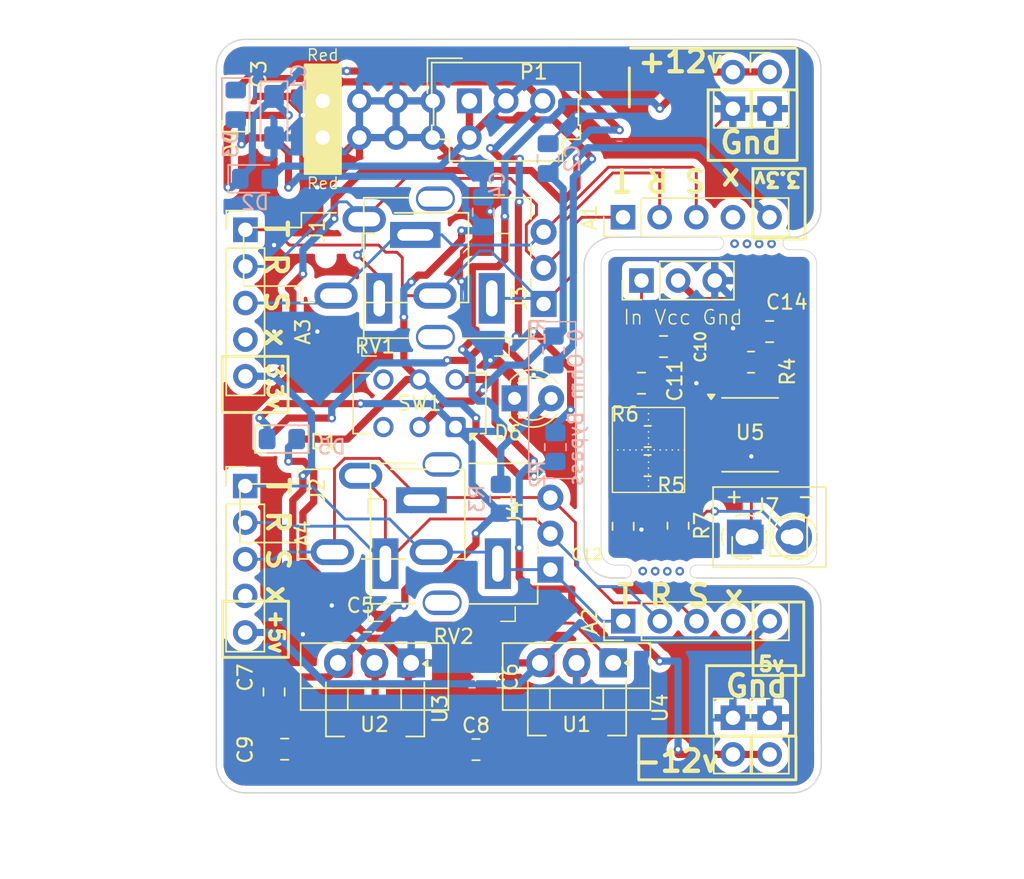
<source format=kicad_pcb>
(kicad_pcb (version 20240108) (generator "pcbnew") (generator_version "8.0")
  (layers (0 "F.Cu" signal) (31 "B.Cu" signal) (34 "B.Paste" user) (35 "F.Paste" user) (36 "B.SilkS" user "B.Silkscreen") (37 "F.SilkS" user "F.Silkscreen") (38 "B.Mask" user) (39 "F.Mask" user) (44 "Edge.Cuts" user))
  (net 0 "")
  (net 1 "+12v")
  (net 2 "Gnd")
  (net 3 "-12v")
  (net 4 "Net-(A1-Pin_1)")
  (net 5 "Net-(A1-Pin_3)")
  (net 6 "Net-(A1-Pin_2)")
  (net 7 "Net-(A2-Pin_2)")
  (net 8 "Net-(A2-Pin_3)")
  (net 9 "Net-(A2-Pin_1)")
  (net 10 "Net-(D5-K)")
  (net 11 "+5v")
  (net 12 "+3.3v")
  (net 13 "+12v bypass")
  (net 14 "-12v bypass")
  (net 19 "+12v clean")
  (net 20 "-12v clean")
  (net 21 "Net-(D6-A)")
  (net 24 "Net-(C10-Pad2)")
  (net 25 "AudioIn")
  (net 26 "AGnd")
  (net 27 "Net-(U5-Bypass)")
  (net 28 "VCC")
  (net 29 "Out+")
  (net 30 "Out-")
  (net 31 "Net-(R4-Pad2)")
  (net 32 "Net-(U5--In)")
  (net 33 "Net-(U5-+In)")
  (footprint "Capacitor_SMD:C_0805_2012Metric_Pad1.18x1.45mm_HandSolder" (layer "F.Cu") (at 79.003775 66.04)
    (property "Reference" "C10")
    (property "Value" "470n")
  )
  (footprint "CATs_Eurosynth:Power_2x5_Vertical" (layer "F.Cu") (at 65.54 49 -90)
    (property "Reference" "P2" (hide yes))
    (property "Value" "Power_2x5" (hide yes))
  )
  (footprint "Capacitor_SMD:C_0805_2012Metric_Pad1.18x1.45mm_HandSolder" (layer "F.Cu") (at 58.480949 85.100156 180)
    (property "Reference" "C5")
    (property "Value" "10uF")
  )
  (footprint "Resistor_SMD:R_0805_2012Metric_Pad1.20x1.40mm_HandSolder" (layer "F.Cu") (at 77.908606 72.278105 180)
    (property "Reference" "R6")
    (property "Value" "0 Ohm")
  )
  (footprint "Capacitor_SMD:C_0805_2012Metric_Pad1.18x1.45mm_HandSolder" (layer "F.Cu") (at 86.36 65 180)
    (property "Reference" "C14")
    (property "Value" "1uF")
  )
  (footprint "LED_THT:LED_D3.0mm" (layer "F.Cu") (at 68.6715 69.634025)
    (property "Reference" "D6")
    (property "Value" "LED")
  )
  (footprint "Package_TO_SOT_THT:TO-220-3_Vertical" (layer "F.Cu") (at 75.510324 87.983999 180)
    (property "Reference" "U1")
    (property "Value" "LM7805_TO220")
  )
  (footprint "Resistor_SMD:R_0805_2012Metric_Pad1.20x1.40mm_HandSolder" (layer "F.Cu") (at 77.895578 74.299061 180)
    (property "Reference" "R5")
    (property "Value" "0 Ohm")
  )
  (footprint "Resistor_SMD:R_0805_2012Metric_Pad1.20x1.40mm_HandSolder" (layer "F.Cu") (at 85.067497 67.121656)
    (property "Reference" "R4")
    (property "Value" "68k")
  )
  (footprint "Connector_PinHeader_2.54mm:PinHeader_1x03_P2.54mm_Vertical" (layer "F.Cu") (at 77.472723 61.46 90)
    (property "Reference" "J5" (hide yes))
    (property "Value" "Conn_01x03_Pin")
  )
  (footprint "Connector_Molex:Molex_SL_171971-0003_1x03_P2.54mm_Vertical" (layer "F.Cu") (at 65.54 49)
    (property "Reference" "P1")
    (property "Value" "Pocket Rack Power")
  )
  (footprint "0_Favorites:Jack_3.5mm_QingPu_WQP-PJ301CM" (layer "F.Cu") (at 63.018449 81.100156 90)
    (property "Reference" "J4")
    (property "Value" "AudioJack3")
  )
  (footprint "Capacitor_SMD:C_0805_2012Metric_Pad1.18x1.45mm_HandSolder" (layer "F.Cu") (at 76.2 78.5075 90)
    (property "Reference" "C12")
    (property "Value" "1uF")
  )
  (footprint "PersonalFootprints:Potentiometer_Vertical_Slimmer" (layer "F.Cu") (at 63.18826 60.585027 180)
    (property "Reference" "RV1")
    (property "Value" "any Ohm")
  )
  (footprint "Capacitor_SMD:C_0805_2012Metric_Pad1.18x1.45mm_HandSolder" (layer "F.Cu") (at 52.735343 93.968688 180)
    (property "Reference" "C9")
    (property "Value" "10uF")
  )
  (footprint "Diode_SMD:D_0805_2012Metric_Pad1.15x1.40mm_HandSolder" (layer "F.Cu") (at 52.54402 72.460861)
    (property "Reference" "D1")
    (property "Value" "D")
  )
  (footprint "Capacitor_Tantalum_SMD:CP_EIA-3216-10_Kemet-I_Pad1.58x1.35mm_HandSolder" (layer "F.Cu") (at 51.995534 50.121528 -90)
    (property "Reference" "C3")
    (property "Value" "1u")
  )
  (footprint "Package_TO_SOT_SMD:SOT-223-3_TabPin2" (layer "F.Cu") (at 59.006548 91.178448 -90)
    (property "Reference" "U3")
    (property "Value" "LD1117S33TR_SOT223")
  )
  (footprint "Connector_PinHeader_2.54mm:PinHeader_1x02_P2.54mm_Vertical" (layer "F.Cu") (at 86.357855 46.99)
    (property "Reference" "P9" (hide yes))
    (property "Value" "Conn_01x02_Pin")
  )
  (footprint "TerminalBlock_4Ucon:TerminalBlock_4Ucon_1x02_P3.50mm_Horizontal" (layer "F.Cu") (at 84.597376 79.246295)
    (property "Reference" "J7")
    (property "Value" "Conn_01x02_Pin")
  )
  (footprint "Connector_PinHeader_2.54mm:PinHeader_1x02_P2.54mm_Vertical" (layer "F.Cu") (at 83.81411 91.78825)
    (property "Reference" "P8" (hide yes))
    (property "Value" "Conn_01x02_Pin")
  )
  (footprint "Connector_PinHeader_2.54mm:PinHeader_1x02_P2.54mm_Vertical" (layer "F.Cu") (at 86.36 91.794963)
    (property "Reference" "P10" (hide yes))
    (property "Value" "Conn_01x02_Pin")
  )
  (footprint "Capacitor_SMD:C_0805_2012Metric_Pad1.18x1.45mm_HandSolder" (layer "F.Cu") (at 52 90 -90)
    (property "Reference" "C7")
    (property "Value" "1uF")
  )
  (footprint "Connector_PinHeader_2.54mm:PinHeader_1x05_P2.54mm_Vertical" (layer "F.Cu") (at 76.191276 57.069118 90)
    (property "Reference" "A1")
    (property "Value" "Conn_01x05_Pin" (hide yes))
  )
  (footprint "Connector_PinHeader_2.54mm:PinHeader_1x02_P2.54mm_Vertical" (layer "F.Cu") (at 83.811276 47.000868)
    (property "Reference" "P7" (hide yes))
    (property "Value" "Conn_01x02_Pin")
  )
  (footprint "Connector_PinHeader_2.54mm:PinHeader_1x05_P2.54mm_Vertical" (layer "F.Cu") (at 50 75.714262)
    (property "Reference" "A4")
    (property "Value" "Conn_01x05_Pin")
  )
  (footprint "Connector_PinHeader_2.54mm:PinHeader_1x05_P2.54mm_Vertical" (layer "F.Cu") (at 76.208801 85.09 90)
    (property "Reference" "A2")
    (property "Value" "Conn_01x05_Pin" (hide yes))
  )
  (footprint "Connector_PinHeader_2.54mm:PinHeader_1x05_P2.54mm_Vertical" (layer "F.Cu") (at 50.013691 57.939292)
    (property "Reference" "A3")
    (property "Value" "Conn_01x05_Pin")
  )
  (footprint "Resistor_SMD:R_0805_2012Metric_Pad1.20x1.40mm_HandSolder" (layer "F.Cu") (at 80.01 78.47 -90)
    (property "Reference" "R7")
    (property "Value" "20k")
  )
  (footprint "Button_Switch_THT:SW_CK_JS202011CQN_DPDT_Straight" (layer "F.Cu") (at 64.582831 71.62468 180)
    (property "Reference" "SW1")
    (property "Value" "Power")
  )
  (footprint "Package_TO_SOT_SMD:SOT-223-3_TabPin2" (layer "F.Cu") (at 73 91.114264 -90)
    (property "Reference" "U4")
    (property "Value" "LM7805_TO220")
  )
  (footprint "Capacitor_SMD:C_0805_2012Metric_Pad1.18x1.45mm_HandSolder" (layer "F.Cu") (at 66.706548 88.9625 -90)
    (property "Reference" "C6")
    (property "Value" "100nF")
  )
  (footprint "Capacitor_SMD:C_0805_2012Metric_Pad1.18x1.45mm_HandSolder" (layer "F.Cu") (at 66 94)
    (property "Reference" "C8")
    (property "Value" "10uF")
  )
  (footprint "PersonalFootprints:Potentiometer_Vertical_Slimmer" (layer "F.Cu") (at 63.656922 79.013864 180)
    (property "Reference" "RV2")
    (property "Value" "any Ohm")
  )
  (footprint "Package_SO:SOP-8_3.9x4.9mm_P1.27mm" (layer "F.Cu") (at 85.005 72.16228)
    (property "Reference" "U5")
    (property "Value" "~")
  )
  (footprint "Package_TO_SOT_THT:TO-220-3_Vertical" (layer "F.Cu") (at 61.503159 87.983999 180)
    (property "Reference" "U2")
    (property "Value" "LD1117S33TR_SOT223")
  )
  (footprint "PersonalFootprints:Jack_3.5mm_TRS_Horizontal" (layer "F.Cu") (at 54.011109 62.859364 90)
    (property "Reference" "J1")
    (property "Value" "AudioJack3")
  )
  (footprint "Capacitor_SMD:C_0805_2012Metric_Pad1.18x1.45mm_HandSolder" (layer "F.Cu") (at 77.47 68.58)
    (property "Reference" "C11")
    (property "Value" "470n")
  )
  (footprint "0_Favorites:Jack_3.5mm_QingPu_WQP-PJ301CM" (layer "F.Cu") (at 62.592981 62.697583 90)
    (property "Reference" "J3")
    (property "Value" "AudioJack3")
  )
  (footprint "PersonalFootprints:Jack_3.5mm_TRS_Horizontal" (layer "F.Cu") (at 53.76 80.65 90)
    (property "Reference" "J2")
    (property "Value" "AudioJack3")
  )
  (footprint "Connector_PinHeader_2.54mm:PinHeader_1x02_P2.54mm_Vertical" (layer "F.Cu") (at 85.09 79.240686 90)
    (property "Reference" "J6" (hide yes))
    (property "Value" "Conn_01x02_Pin")
  )
  (footprint "Diode_SMD:D_0805_2012Metric_Pad1.15x1.40mm_HandSolder" (layer "F.Cu") (at 49.342599 49.273883 90)
    (property "Reference" "D4")
    (property "Value" "D")
  )
  (footprint "Diode_SMD:D_0805_2012Metric_Pad1.15x1.40mm_HandSolder" (layer "B.Cu") (at 52.54402 72.460861 180)
    (property "Reference" "D5")
    (property "Value" "D")
  )
  (footprint "Capacitor_SMD:C_0805_2012Metric_Pad1.18x1.45mm_HandSolder" (layer "B.Cu") (at 71 53 90)
    (property "Reference" "C2")
    (property "Value" "100n")
  )
  (footprint "Capacitor_Tantalum_SMD:CP_EIA-3216-10_Kemet-I_Pad1.58x1.35mm_HandSolder" (layer "B.Cu") (at 51.995534 50.121528 -90)
    (property "Reference" "C1")
    (property "Value" "1u")
  )
  (footprint "Diode_SMD:D_0805_2012Metric_Pad1.15x1.40mm_HandSolder" (layer "B.Cu") (at 49.342599 49.273883 -90)
    (property "Reference" "D3")
    (property "Value" "D")
  )
  (footprint "Diode_SMD:D_0805_2012Metric_Pad1.15x1.40mm_HandSolder" (layer "B.Cu") (at 50.681664 54.405004)
    (property "Reference" "D2")
    (property "Value" "D")
  )
  (footprint "Resistor_SMD:R_0805_2012Metric_Pad1.20x1.40mm_HandSolder" (layer "B.Cu") (at 67.718449 76.600156 -90)
    (property "Reference" "R3")
    (property "Value" "1k")
  )
  (footprint "Resistor_SMD:R_0805_2012Metric_Pad1.20x1.40mm_HandSolder" (layer "B.Cu") (at 71.378594 66.309837 90)
    (property "Reference" "R1")
    (property "Value" "0 Ohm Bypass" (hide yes))
  )
  (footprint "Resistor_SMD:R_0805_2012Metric_Pad1.20x1.40mm_HandSolder" (layer "B.Cu") (at 71.506398 73.015774 -90)
    (property "Reference" "R2")
    (property "Value" "0 Ohm Bypass")
  )
  (footprint "Capacitor_SMD:C_0805_2012Metric_Pad1.18x1.45mm_HandSolder" (layer "B.Cu") (at 66.507112 56.716062 -90)
    (property "Reference" "C4")
    (property "Value" "100n")
  )
  (gr_rect (start 69.658581 64.315335) (end 72.91323 75.196897) (stroke (width 0.1)) (fill none) (layer "B.SilkS"))
  (gr_line (start 76.723201 45.346045) (end 88.151852 45.346045) (stroke (width 0.2)) (layer "F.SilkS"))
  (gr_rect (start 48.431598 83.705189) (end 52.9983 87.598641) (stroke (width 0.2)) (fill none) (layer "F.SilkS"))
  (gr_rect (start 82.094221 48.230668) (end 88.261872 53.12412) (stroke (width 0.2)) (fill none) (layer "F.SilkS"))
  (gr_line (start 80.462576 73.211516) (end 75.455949 73.211516) (stroke (width 0.1) (type dot)) (layer "F.SilkS"))
  (gr_line (start 88.151852 48.262983) (end 88.251852 48.162983) (stroke (width 0.2)) (layer "F.SilkS"))
  (gr_rect (start 75.455949 70.267306) (end 80.462576 76.155726) (stroke (width 0.1)) (fill none) (layer "F.SilkS"))
  (gr_rect (start 85.201602 53.692885) (end 88.817175 58.576748) (stroke (width 0.2)) (fill none) (layer "F.SilkS"))
  (gr_rect (start 81.992349 88.176511) (end 88.16 93.069963) (stroke (width 0.2)) (fill none) (layer "F.SilkS"))
  (gr_rect (start 77.28411 93.06325) (end 88.181761 96.094952) (stroke (width 0.2)) (fill none) (layer "F.SilkS"))
  (gr_rect (start 48.406178 66.720279) (end 52.97288 70.613731) (stroke (width 0.2)) (fill none) (layer "F.SilkS"))
  (gr_rect (start 85.210326 83.76) (end 88.723831 88.854466) (stroke (width 0.2)) (fill none) (layer "F.SilkS"))
  (gr_line (start 77.959263 70.267306) (end 77.959262 76.155726) (stroke (width 0.1) (type dot)) (layer "F.SilkS"))
  (gr_line (start 88.251852 48.162983) (end 88.251852 45.446045) (stroke (width 0.2)) (layer "F.SilkS"))
  (gr_line (start 76.631925 49.422115) (end 76.631925 46.705177) (stroke (width 0.2)) (layer "F.SilkS"))
  (gr_arc (start 87.735436 59.3238) (mid 87.2874 58.8757) (end 87.735436 58.42752) (stroke (width 0.05)) (layer "Edge.Cuts"))
  (gr_line (start 75.494801 82.095276) (end 76.326101 82.09814) (stroke (width 0.1)) (layer "Edge.Cuts"))
  (gr_arc (start 88.623576 59.324724) (mid 89.33069 59.61761) (end 89.623576 60.324724) (stroke (width 0.05)) (layer "Edge.Cuts"))
  (gr_line (start 87.735436 59.3238) (end 88.623576 59.324724) (stroke (width 0.05)) (layer "Edge.Cuts"))
  (gr_line (start 75.678377 59.324724) (end 82.735436 59.323799) (stroke (width 0.05)) (layer "Edge.Cuts"))
  (gr_line (start 87.939786 97) (end 50 97) (stroke (width 0.1)) (layer "Edge.Cuts"))
  (gr_line (start 76.326101 81.201862) (end 75.678377 81.2) (stroke (width 0.05)) (layer "Edge.Cuts"))
  (gr_arc (start 74.678377 60.324724) (mid 74.971266 59.617629) (end 75.678377 59.324724) (stroke (width 0.05)) (layer "Edge.Cuts"))
  (gr_line (start 88.623576 81.2) (end 81.28 81.201861) (stroke (width 0.05)) (layer "Edge.Cuts"))
  (gr_arc (start 89.914 56.46) (mid 89.328184 57.874184) (end 87.914 58.46) (stroke (width 0.1)) (layer "Edge.Cuts"))
  (gr_line (start 89.623576 60.324724) (end 89.623576 80.2) (stroke (width 0.05)) (layer "Edge.Cuts"))
  (gr_line (start 89.913014 46.720606) (end 89.914 56.46) (stroke (width 0.1)) (layer "Edge.Cuts"))
  (gr_line (start 50 44.73) (end 87.913014 44.720606) (stroke (width 0.1)) (layer "Edge.Cuts"))
  (gr_line (start 73.494801 60.46) (end 73.494801 80.095276) (stroke (width 0.1)) (layer "Edge.Cuts"))
  (gr_arc (start 87.914 82.095276) (mid 89.328222 82.681061) (end 89.914 84.095276) (stroke (width 0.1)) (layer "Edge.Cuts"))
  (gr_arc (start 82.735436 58.427521) (mid 83.183679 58.8757) (end 82.735436 59.323799) (stroke (width 0.05)) (layer "Edge.Cuts"))
  (gr_arc (start 89.623576 80.2) (mid 89.330683 80.907107) (end 88.623576 81.2) (stroke (width 0.05)) (layer "Edge.Cuts"))
  (gr_line (start 74.678376 80.2) (end 74.678377 60.324724) (stroke (width 0.05)) (layer "Edge.Cuts"))
  (gr_line (start 48 95) (end 48 46.73) (stroke (width 0.1)) (layer "Edge.Cuts"))
  (gr_arc (start 50 97) (mid 48.585786 96.414214) (end 48 95) (stroke (width 0.1)) (layer "Edge.Cuts"))
  (gr_arc (start 81.28 82.098141) (mid 80.831834 81.65) (end 81.28 81.201861) (stroke (width 0.05)) (layer "Edge.Cuts"))
  (gr_arc (start 89.939786 95) (mid 89.353999 96.414209) (end 87.939786 97) (stroke (width 0.1)) (layer "Edge.Cuts"))
  (gr_line (start 82.735436 58.427521) (end 75.494801 58.46) (stroke (width 0.1)) (layer "Edge.Cuts"))
  (gr_line (start 89.914 84.095276) (end 89.939786 95) (stroke (width 0.1)) (layer "Edge.Cuts"))
  (gr_arc (start 75.678377 81.2) (mid 74.97127 80.907107) (end 74.678376 80.2) (stroke (width 0.05)) (layer "Edge.Cuts"))
  (gr_arc (start 76.326101 81.201862) (mid 76.774214 81.65) (end 76.326101 82.09814) (stroke (width 0.05)) (layer "Edge.Cuts"))
  (gr_arc (start 48 46.73) (mid 48.585786 45.315786) (end 50 44.73) (stroke (width 0.1)) (layer "Edge.Cuts"))
  (gr_arc (start 73.494801 60.46) (mid 74.080587 59.045787) (end 75.494801 58.46) (stroke (width 0.1)) (layer "Edge.Cuts"))
  (gr_arc (start 75.494801 82.095276) (mid 74.080587 81.50949) (end 73.494801 80.095276) (stroke (width 0.1)) (layer "Edge.Cuts"))
  (gr_line (start 87.914 58.46) (end 87.735436 58.42752) (stroke (width 0.1)) (layer "Edge.Cuts"))
  (gr_arc (start 87.913014 44.720606) (mid 89.327216 45.306398) (end 89.913014 46.720606) (stroke (width 0.1)) (layer "Edge.Cuts"))
  (gr_line (start 81.28 82.098141) (end 87.914 82.095276) (stroke (width 0.1)) (layer "Edge.Cuts"))
  (gr_text "In Vcc Gnd" (at 76.141789 64.598159 0) (layer "F.SilkS") (effects (font (size 1 1) (thickness 0.1)) (justify left bottom)))
  (gr_text "3.3v" (at 51.451038 67.087385 270) (layer "F.SilkS") (effects (font (size 1 1) (thickness 0.25) (bold yes)) (justify left bottom)))
  (gr_text "x S R T" (at 84.458464 53.604609 180) (layer "F.SilkS") (effects (font (size 1.5 1.5) (thickness 0.3) (bold yes)) (justify left bottom)))
  (gr_text "+12v" (at 77.078202 47.142586 0) (layer "F.SilkS") (effects (font (size 1.5 1.5) (thickness 0.3) (bold yes)) (justify left bottom)))
  (gr_text "Gnd" (at 83.14911 90.45825 0) (layer "F.SilkS") (effects (font (size 1.5 1.5) (thickness 0.3) (bold yes)) (justify left bottom)))
  (gr_text "-12v" (at 76.765322 95.665152 0) (layer "F.SilkS") (effects (font (size 1.5 1.5) (thickness 0.3) (bold yes)) (justify left bottom)))
  (gr_text "T R S x" (at 51.258467 57.103994 270) (layer "F.SilkS") (effects (font (size 1.5 1.5) (thickness 0.3) (bold yes)) (justify left bottom)))
  (gr_text "5v" (at 85.450103 88.652549 0) (layer "F.SilkS") (effects (font (size 1 1) (thickness 0.25) (bold yes)) (justify left bottom)))
  (gr_text "+" (at 83.183576 77 0) (layer "F.SilkS") (effects (font (size 1 1)) (justify left bottom)))
  (gr_text "T R S x" (at 51.393078 74.956763 270) (layer "F.SilkS") (effects (font (size 1.5 1.5) (thickness 0.3) (bold yes)) (justify left bottom)))
  (gr_text "Gnd" (at 82.771704 52.768127 0) (layer "F.SilkS") (effects (font (size 1.5 1.5) (thickness 0.3) (bold yes)) (justify left bottom)))
  (gr_text "-" (at 88.183576 77 0) (layer "F.SilkS") (effects (font (size 1 1)) (justify left bottom)))
  (gr_text "+5v" (at 51.583546 84.180904 -90) (layer "F.SilkS") (effects (font (size 1 1) (thickness 0.25) (bold yes)) (justify left bottom)))
  (gr_text "T R S x" (at 75.582836 84.220751 0) (layer "F.SilkS") (effects (font (size 1.5 1.5) (thickness 0.3) (bold yes)) (justify left bottom)))
  (gr_text "3.3v" (at 88.627878 53.863252 180) (layer "F.SilkS") (effects (font (size 1 1) (thickness 0.25) (bold yes)) (justify left bottom)))
  (via (at 84.788701 58.912857) (size 0.6) (drill 0.3) (layers "F.Cu" "B.Cu") (net 0))
  (via (at 77.562583 81.617045) (size 0.6) (drill 0.3) (layers "F.Cu" "B.Cu") (net 0))
  (via (at 86.491374 58.912857) (size 0.6) (drill 0.3) (layers "F.Cu" "B.Cu") (net 0))
  (via (at 80.126801 81.625211) (size 0.6) (drill 0.3) (layers "F.Cu" "B.Cu") (net 0))
  (via (at 78.424128 81.625211) (size 0.6) (drill 0.3) (layers "F.Cu" "B.Cu") (net 0))
  (via (at 79.265257 81.633378) (size 0.6) (drill 0.3) (layers "F.Cu" "B.Cu") (net 0))
  (via (at 85.62983 58.921024) (size 0.6) (drill 0.3) (layers "F.Cu" "B.Cu") (net 0))
  (via (at 83.927156 58.904691) (size 0.6) (drill 0.3) (layers "F.Cu" "B.Cu") (net 0))
  (segment (start 61.068449 83.931551) (end 61 84) (width 0.5) (layer "F.Cu") (net 1))
  (segment (start 66 65.306172) (end 66 64.897583) (width 0.5) (layer "F.Cu") (net 1))
  (segment (start 65.056171 66.250001) (end 66 65.306172) (width 0.5) (layer "F.Cu") (net 1))
  (segment (start 55.772496 88.9625) (end 56.706548 88.028448) (width 0.5) (layer "F.Cu") (net 1))
  (segment (start 52 88.9625) (end 55.772496 88.9625) (width 0.5) (layer "F.Cu") (net 1))
  (segment (start 86.357855 46.99) (end 83.822144 46.99) (width 0.5) (layer "F.Cu") (net 1))
  (segment (start 83.822144 46.99) (end 83.811276 47.000868) (width 0.2) (layer "F.Cu") (net 1))
  (segment (start 51 71) (end 52 70) (width 0.5) (layer "F.Cu") (net 1))
  (segment (start 66 79) (end 66 79.713188) (width 0.5) (layer "F.Cu") (net 1))
  (segment (start 65.742981 64.897583) (end 65.742981 60.497583) (width 0.5) (layer "F.Cu") (net 1))
  (segment (start 66 64.897583) (end 65.742981 64.897583) (width 0.5) (layer "F.Cu") (net 1))
  (segment (start 81.269132 47.000868) (end 83.811276 47.000868) (width 0.5) (layer "F.Cu") (net 1))
  (segment (start 65.742981 60.497583) (end 67.502417 60.497583) (width 0.5) (layer "F.Cu") (net 1))
  (segment (start 66 79.713188) (end 63.713188 82) (width 0.5) (layer "F.Cu") (net 1))
  (segment (start 63.713188 82) (end 62 82) (width 0.5) (layer "F.Cu") (net 1))
  (segment (start 67.502417 60.497583) (end 68 60) (width 0.5) (layer "F.Cu") (net 1))
  (segment (start 62 82) (end 61.068449 82.931551) (width 0.5) (layer "F.Cu") (net 1))
  (segment (start 61.068449 82.931551) (end 61.068449 83.931551) (width 0.5) (layer "F.Cu") (net 1))
  (segment (start 78.74 49.53) (end 81.269132 47.000868) (width 0.5) (layer "F.Cu") (net 1))
  (segment (start 52 70) (end 58 70) (width 0.5) (layer "F.Cu") (net 1))
  (segment (start 68 60) (end 68 57) (width 0.5) (layer "F.Cu") (net 1))
  (via (at 65.056171 66.250001) (size 0.6) (drill 0.3) (layers "F.Cu" "B.Cu") (net 1))
  (via (at 51 71) (size 0.6) (drill 0.3) (layers "F.Cu" "B.Cu") (net 1))
  (via (at 68 57) (size 0.6) (drill 0.3) (layers "F.Cu" "B.Cu") (net 1))
  (via (at 78.74 49.53) (size 0.6) (drill 0.3) (layers "F.Cu" "B.Cu") (net 1))
  (via (at 58 70) (size 0.6) (drill 0.3) (layers "F.Cu" "B.Cu") (net 1))
  (via (at 66 79) (size 0.6) (drill 0.3) (layers "F.Cu" "B.Cu") (net 1))
  (via (at 61 84) (size 0.6) (drill 0.3) (layers "F.Cu" "B.Cu") (net 1))
  (segment (start 61 84) (end 60.407158 84) (width 0.5) (layer "B.Cu") (net 1))
  (segment (start 67.3215 70.3215) (end 67.3215 70.984025) (width 0.5) (layer "B.Cu") (net 1))
  (segment (start 78.27 49.06) (end 78.74 49.53) (width 0.5) (layer "B.Cu") (net 1))
  (segment (start 71.166762 50.32) (end 71.94 49.546762) (width 0.5) (layer "B.Cu") (net 1))
  (segment (start 64.582831 71.62468) (end 65.726922 72.768771) (width 0.5) (layer "B.Cu") (net 1))
  (segment (start 67.399844 77.600156) (end 66 79) (width 0.5) (layer "B.Cu") (net 1))
  (segment (start 51.51902 72.460861) (end 51.51902 71.51902) (width 0.5) (layer "B.Cu") (net 1))
  (segment (start 64.885938 71.927787) (end 64.582831 71.62468) (width 0.5) (layer "B.Cu") (net 1))
  (segment (start 67.718449 77.600156) (end 67.399844 77.600156) (width 0.5) (layer "B.Cu") (net 1))
  (segment (start 51.51902 71.51902) (end 51 71) (width 0.5) (layer "B.Cu") (net 1))
  (segment (start 65.732831 69.385341) (end 66.17217 69.82468) (width 0.5) (layer "B.Cu") (net 1))
  (segment (start 65.726922 75.608629) (end 67.718449 77.600156) (width 0.5) (layer "B.Cu") (net 1))
  (segment (start 58 70) (end 62.958151 70) (width 0.5) (layer "B.Cu") (net 1))
  (segment (start 77 49.06) (end 78.27 49.06) (width 0.5) (layer "B.Cu") (net 1))
  (segment (start 68 53) (end 70.68 50.32) (width 0.5) (layer "B.Cu") (net 1))
  (segment (start 65.056171 66.250001) (end 65.732831 66.926661) (width 0.5) (layer "B.Cu") (net 1))
  (segment (start 65.732831 66.926661) (end 65.732831 69.385341) (width 0.5) (layer "B.Cu") (net 1))
  (segment (start 68 57) (end 68 53) (width 0.5) (layer "B.Cu") (net 1))
  (segment (start 67.3215 70.984025) (end 67.927787 71.590312) (width 0.5) (layer "B.Cu") (net 1))
  (segment (start 70.68 50.32) (end 71.166762 50.32) (width 0.5) (layer "B.Cu") (net 1))
  (segment (start 71.94 49.06) (end 77 49.06) (width 0.5) (layer "B.Cu") (net 1))
  (segment (start 66.17217 69.82468) (end 66.82468 69.82468) (width 0.5) (layer "B.Cu") (net 1))
  (segment (start 60.407158 84) (end 56.423159 87.983999) (width 0.5) (layer "B.Cu") (net 1))
  (segment (start 62.958151 70) (end 64.582831 71.62468) (width 0.5) (layer "B.Cu") (net 1))
  (segment (start 66.82468 69.82468) (end 67.3215 70.3215) (width 0.5) (layer "B.Cu") (net 1))
  (segment (start 65.726922 72.768771) (end 65.726922 75.608629) (width 0.5) (layer "B.Cu") (net 1))
  (segment (start 67.927787 71.590312) (end 67.927787 71.927787) (width 0.5) (layer "B.Cu") (net 1))
  (segment (start 67.927787 71.927787) (end 64.885938 71.927787) (width 0.5) (layer "B.Cu") (net 1))
  (segment (start 71.94 49.546762) (end 71.94 49.06) (width 0.5) (layer "B.Cu") (net 1))
  (segment (start 56 84) (end 56.343293 84) (width 0.5) (layer "F.Cu") (net 2))
  (segment (start 50.695266 88.304734) (end 51.825738 87.174262) (width 0.5) (layer "F.Cu") (net 2))
  (segment (start 52.684028 48.684028) (end 51.995534 48.684028) (width 0.2) (layer "F.Cu") (net 2))
  (segment (start 72.970324 94.234588) (end 73 94.264264) (width 0.2) (layer "F.Cu") (net 2))
  (segment (start 55 66.098199) (end 55 65) (width 0.5) (layer "F.Cu") (net 2))
  (segment (start 52.098199 69) (end 55 66.098199) (width 0.5) (layer "F.Cu") (net 2))
  (segment (start 83.81411 91.78825) (end 75.476014 91.78825) (width 0.5) (layer "F.Cu") (net 2))
  (segment (start 59.553256 86.275156) (end 61.306548 88.028448) (width 0.5) (layer "F.Cu") (net 2))
  (segment (start 68.6715 69.634025) (end 68.6715 68.6715) (width 0.2) (layer "F.Cu") (net 2))
  (segment (start 64.992981 59.425401) (end 66.986471 57.431911) (width 0.2) (layer "F.Cu") (net 2))
  (segment (start 52 65) (end 52 59) (width 0.5) (layer "F.Cu") (net 2))
  (segment (start 68.6715 68.6715) (end 67 67) (width 0.2) (layer "F.Cu") (net 2))
  (segment (start 66.986471 57.431911) (end 66.986471 56.666062) (width 0.2) (layer "F.Cu") (net 2))
  (segment (start 74.67 51.67) (end 81.682144 51.67) (width 0.2) (layer "F.Cu") (net 2))
  (segment (start 52.825738 87.174262) (end 54 86) (width 0.5) (layer "F.Cu") (net 2))
  (segment (start 58.618449 86.275156) (end 59.553256 86.275156) (width 0.5) (layer "F.Cu") (net 2))
  (segment (start 51.825738 87.174262) (end 52.825738 87.174262) (width 0.5) (layer "F.Cu") (net 2))
  (segment (start 75.476014 91.78825) (end 73 94.264264) (width 0.5) (layer "F.Cu") (net 2))
  (segment (start 72.970324 87.983999) (end 72.970324 94.234588) (width 0.5) (layer "F.Cu") (net 2))
  (segment (start 56.343293 84) (end 57.443449 85.100156) (width 0.5) (layer "F.Cu") (net 2))
  (segment (start 54 86) (end 51.3 83.3) (width 0.5) (layer "F.Cu") (net 2))
  (segment (start 52 91.0375) (end 50.695266 89.732766) (width 0.5) (layer "F.Cu") (net 2))
  (segment (start 57.443449 85.100156) (end 58.618449 86.275156) (width 0.5) (layer "F.Cu") (net 2))
  (segment (start 50.25 73.25) (end 50.25 70.689339) (width 0.5) (layer "F.Cu") (net 2))
  (segment (start 83.81411 91.78825) (end 86.353287 91.78825) (width 0.5) (layer "F.Cu") (net 2))
  (segment (start 51.3 83.3) (end 51.3 74.3) (width 0.5) (layer "F.Cu") (net 2))
  (segment (start 64.530331 53.070331) (end 63 51.54) (width 0.5) (layer "F.Cu") (net 2))
  (segment (start 50.695266 89.732766) (end 50.695266 88.304734) (width 0.5) (layer "F.Cu") (net 2))
  (segment (start 73 50) (end 74.67 51.67) (width 0.2) (layer "F.Cu") (net 2))
  (segment (start 55 55) (end 55 54.46) (width 0.5) (layer "F.Cu") (net 2))
  (segment (start 50.25 70.689339) (end 51.939339 69) (width 0.5) (layer "F.Cu") (net 2))
  (segment (start 55 54.46) (end 57.92 51.54) (width 0.5) (layer "F.Cu") (net 2))
  (segment (start 65.070331 53.070331) (end 64.530331 53.070331) (width 0.5) (layer "F.Cu") (net 2))
  (segment (start 54 50) (end 52.684028 48.684028) (width 0.2) (layer "F.Cu") (net 2))
  (segment (start 51.939339 69) (end 52.098199 69) (width 0.5) (layer "F.Cu") (net 2))
  (segment (start 51.3 74.3) (end 50.25 73.25) (width 0.5) (layer "F.Cu") (net 2))
  (segment (start 64.992981 61.520019) (end 64.992981 59.425401) (width 0.2) (layer "F.Cu") (net 2))
  (segment (start 81.682144 51.67) (end 83.811276 49.540868) (width 0.2) (layer "F.Cu") (net 2))
  (via (at 52 65) (size 0.6) (drill 0.3) (layers "F.Cu" "B.Cu") (net 2))
  (via (at 73 50) (size 0.6) (drill 0.3) (layers "F.Cu" "B.Cu") (net 2))
  (via (at 54 86) (size 0.6) (drill 0.3) (layers "F.Cu" "B.Cu") (net 2))
  (via (at 67 67) (size 0.6) (drill 0.3) (layers "F.Cu" "B.Cu") (net 2))
  (via (at 64.992981 61.520019) (size 0.6) (drill 0.3) (layers "F.Cu" "B.Cu") (net 2))
  (via (at 55 55) (size 0.6) (drill 0.3) (layers "F.Cu" "B.Cu") (net 2))
  (via (at 65.070331 53.070331) (size 0.6) (drill 0.3) (layers "F.Cu" "B.Cu") (net 2))
  (via (at 52 59) (size 0.6) (drill 0.3) (layers "F.Cu" "B.Cu") (net 2))
  (via (at 66.986471 56.666062) (size 0.6) (drill 0.3) (layers "F.Cu" "B.Cu") (net 2))
  (via (at 55 65) (size 0.6) (drill 0.3) (layers "F.Cu" "B.Cu") (net 2))
  (via (at 54 50) (size 0.6) (drill 0.3) (layers "F.Cu" "B.Cu") (net 2))
  (via (at 56 84) (size 0.6) (drill 0.3) (layers "F.Cu" "B.Cu") (net 2))
  (segment (start 66.507112 55.678562) (end 66.507112 54.507112) (width 0.5) (layer "B.Cu") (net 2))
  (segment (start 66.507112 54.507112) (end 65.070331 53.070331) (width 0.5) (layer "B.Cu") (net 2))
  (segment (start 55 56) (end 55 55) (width 0.5) (layer "B.Cu") (net 2))
  (segment (start 64.992981 64) (end 64.992981 61.520019) (width 0.2) (layer "B.Cu") (net 2))
  (segment (start 51.995534 51.559028) (end 52.440972 51.559028) (width 0.2) (layer "B.Cu") (net 2))
  (segment (start 53.126506 52.69) (end 56.77 52.69) (width 0.2) (layer "B.Cu") (net 2))
  (segment (start 67 66.007019) (end 64.992981 64) (width 0.2) (layer "B.Cu") (net 2))
  (segment (start 68.08 49) (end 69.4 47.68) (width 0.5) (layer "B.Cu") (net 2))
  (segment (start 66.986471 56.157921) (end 66.507112 55.678562) (width 0.2) (layer "B.Cu") (net 2))
  (segment (start 72.9625 50) (end 73 50) (width 0.2) (layer "B.Cu") (net 2))
  (segment (start 81.950408 47.68) (end 83.811276 49.540868) (width 0.5) (layer "B.Cu") (net 2))
  (segment (start 56.77 52.69) (end 57.92 51.54) (width 0.2) (layer "B.Cu") (net 2))
  (segment (start 52.440972 51.559028) (end 54 50) (width 0.2) (layer "B.Cu") (net 2))
  (segment (start 86.357855 49.53) (end 83.822144 49.53) (width 0.5) (layer "B.Cu") (net 2))
  (segment (start 52 59) (end 55 56) (width 0.5) (layer "B.Cu") (net 2))
  (segment (start 55 65) (end 52 65) (width 0.5) (layer "B.Cu") (net 2))
  (segment (start 67 67) (end 67 66.007019) (width 0.2) (layer "B.Cu") (net 2))
  (segment (start 71 51.9625) (end 72.9625 50) (width 0.2) (layer "B.Cu") (net 2))
  (segment (start 69.4 47.68) (end 81.950408 47.68) (width 0.5) (layer "B.Cu") (net 2))
  (segment (start 66.986471 56.666062) (end 66.986471 56.157921) (width 0.2) (layer "B.Cu") (net 2))
  (segment (start 54 86) (end 56 84) (width 0.5) (layer "B.Cu") (net 2))
  (segment (start 51.995534 51.559028) (end 53.126506 52.69) (width 0.2) (layer "B.Cu") (net 2))
  (segment (start 80.01 94.32825) (end 80.01 93.98) (width 0.5) (layer "F.Cu") (net 3))
  (segment (start 85.096713 94.334963) (end 85.09 94.32825) (width 0.5) (layer "F.Cu") (net 3))
  (segment (start 77.269918 86.39) (end 74.908801 86.39) (width 0.5) (layer "F.Cu") (net 3))
  (segment (start 72.637043 82.863864) (end 69.806922 82.863864) (width 0.5) (layer "F.Cu") (net 3))
  (segment (start 70 74) (end 67.3215 71.3215) (width 0.5) (layer "F.Cu") (net 3))
  (segment (start 74.908801 86.09) (end 72.637043 83.818242) (width 0.5) (layer "F.Cu") (net 3))
  (segment (start 86.36 94.334963) (end 83.820823 94.334963) (width 0.5) (layer "F.Cu") (net 3))
  (segment (start 72.637043 83.818242) (end 72.637043 82.863864) (width 0.5) (layer "F.Cu") (net 3))
  (segment (start 67.3215 71.3215) (end 67.3215 68.32468) (width 0.5) (layer "F.Cu") (net 3))
  (segment (start 67.3215 68.32468) (end 64.582831 68.32468) (width 0.5) (layer "F.Cu") (net 3))
  (segment (start 74.908801 86.39) (end 74.908801 86.09) (width 0.5) (layer "F.Cu") (net 3))
  (segment (start 69.806922 82.863864) (end 69 82.056942) (width 0.5) (layer "F.Cu") (net 3))
  (segment (start 69 82.056942) (end 69 80) (width 0.5) (layer "F.Cu") (net 3))
  (segment (start 78.74 87.860082) (end 77.269918 86.39) (width 0.5) (layer "F.Cu") (net 3))
  (segment (start 80.01 94.32825) (end 83.81411 94.32825) (width 0.5) (layer "F.Cu") (net 3))
  (via (at 70 74) (size 0.6) (drill 0.3) (layers "F.Cu" "B.Cu") (net 3))
  (via (at 69 80) (size 0.6) (drill 0.3) (layers "F.Cu" "B.Cu") (net 3))
  (via (at 78.74 87.860082) (size 0.6) (drill 0.3) (layers "F.Cu" "B.Cu") (net 3))
  (via (at 80.01 93.98) (size 0.6) (drill 0.3) (layers "F.Cu" "B.Cu") (net 3))
  (segment (start 80.01 93.98) (end 80.01 87.860082) (width 0.5) (layer "B.Cu") (net 3))
  (segment (start 69 80) (end 69 75) (width 0.5) (layer "B.Cu") (net 3))
  (segment (start 69 75) (end 70 74) (width 0.5) (layer "B.Cu") (net 3))
  (segment (start 80.01 87.860082) (end 78.74 87.860082) (width 0.5) (layer "B.Cu") (net 3))
  (segment (start 63.155109 62.509364) (end 60.891109 62.509364) (width 0.2) (layer "F.Cu") (net 4))
  (segment (start 59.742981 59.497583) (end 59.245398 59) (width 0.2) (layer "F.Cu") (net 4))
  (segment (start 52.008957 57.939292) (end 50.013691 57.939292) (width 0.2) (layer "F.Cu") (net 4))
  (segment (start 53.069665 59) (end 52.008957 57.939292) (width 0.2) (layer "F.Cu") (net 4))
  (segment (start 59.245398 59) (end 53.069665 59) (width 0.2) (layer "F.Cu") (net 4))
  (segment (start 76.191276 57.069118) (end 73.349596 57.069118) (width 0.2) (layer "F.Cu") (net 4))
  (segment (start 72.894801 57.523913) (end 72.894801 60.878486) (width 0.2) (layer "F.Cu") (net 4))
  (segment (start 60.891109 59.868236) (end 60.520456 59.497583) (width 0.2) (layer "F.Cu") (net 4))
  (segment (start 73.349596 57.069118) (end 72.894801 57.523913) (width 0.2) (layer "F.Cu") (net 4))
  (segment (start 60.520456 59.497583) (end 59.742981 59.497583) (width 0.2) (layer "F.Cu") (net 4))
  (segment (start 60.891109 62.509364) (end 60.891109 59.868236) (width 0.2) (layer "F.Cu") (net 4))
  (segment (start 72.894801 60.878486) (end 70.68826 63.085027) (width 0.2) (layer "F.Cu") (net 4))
  (segment (start 67.003233 59.4) (end 70.68826 63.085027) (width 0.2) (layer "B.Cu") (net 4))
  (segment (start 70.300816 62.697583) (end 70.68826 63.085027) (width 0.2) (layer "B.Cu") (net 4))
  (segment (start 67.092981 62.697583) (end 70.300816 62.697583) (width 0.2) (layer "B.Cu") (net 4))
  (segment (start 63.155109 62.509364) (end 66.264473 59.4) (width 0.2) (layer "B.Cu") (net 4))
  (segment (start 66.264473 59.4) (end 67.003233 59.4) (width 0.2) (layer "B.Cu") (net 4))
  (segment (start 81.008172 53.6) (end 81.271276 53.863104) (width 0.2) (layer "F.Cu") (net 5))
  (segment (start 81.271276 53.863104) (end 81.271276 57.069118) (width 0.2) (layer "F.Cu") (net 5))
  (segment (start 75.177818 53.6) (end 81.008172 53.6) (width 0.2) (layer "F.Cu") (net 5))
  (segment (start 70.68826 58.085027) (end 70.692791 58.085027) (width 0.2) (layer "F.Cu") (net 5))
  (segment (start 70.692791 58.085027) (end 75.177818 53.6) (width 0.2) (layer "F.Cu") (net 5))
  (segment (start 50.013691 63.019292) (end 55.787181 63.019292) (width 0.2) (layer "B.Cu") (net 5))
  (segment (start 61.792981 58.297583) (end 60.50889 58.297583) (width 0.2) (layer "B.Cu") (net 5))
  (segment (start 60.50889 58.297583) (end 56.297109 62.509364) (width 0.2) (layer "B.Cu") (net 5))
  (segment (start 55.787181 63.019292) (end 56.297109 62.509364) (width 0.2) (layer "B.Cu") (net 5))
  (segment (start 63.638147 58.297583) (end 64.340564 59) (width 0.2) (layer "B.Cu") (net 5))
  (segment (start 64.340564 59) (end 69.773287 59) (width 0.2) (layer "B.Cu") (net 5))
  (segment (start 61.792981 58.297583) (end 63.638147 58.297583) (width 0.2) (layer "B.Cu") (net 5))
  (segment (start 69.773287 59) (end 70.68826 58.085027) (width 0.2) (layer "B.Cu") (net 5))
  (segment (start 70.191203 56.191203) (end 70.191203 56.885027) (width 0.2) (layer "F.Cu") (net 6))
  (segment (start 59.292981 61.197981) (end 57.785 59.69) (width 0.2) (layer "F.Cu") (net 6))
  (segment (start 70.191203 56.885027) (end 69.48826 57.58797) (width 0.2) (layer "F.Cu") (net 6))
  (segment (start 69.48826 59.385027) (end 70.68826 60.585027) (width 0.2) (layer "F.Cu") (net 6))
  (segment (start 61.085446 54.375027) (end 68.375027 54.375027) (width 0.2) (layer "F.Cu") (net 6))
  (segment (start 75.47623 54) (end 71.88826 57.58797) (width 0.2) (layer "F.Cu") (net 6))
  (segment (start 71.88826 59.385027) (end 70.68826 60.585027) (width 0.2) (layer "F.Cu") (net 6))
  (segment (start 78.731276 54.136896) (end 78.731276 57.069118) (width 0.2) (layer "F.Cu") (net 6))
  (segment (start 59.292981 62.697583) (end 59.292981 61.197981) (width 0.2) (layer "F.Cu") (net 6))
  (segment (start 71.88826 57.58797) (end 71.88826 59.385027) (width 0.2) (layer "F.Cu") (net 6))
  (segment (start 78.868172 54) (end 75.47623 54) (width 0.2) (layer "F.Cu") (net 6))
  (segment (start 69.48826 57.58797) (end 69.48826 59.385027) (width 0.2) (layer "F.Cu") (net 6))
  (segment (start 68.375027 54.375027) (end 70.191203 56.191203) (width 0.2) (layer "F.Cu") (net 6))
  (segment (start 58.251109 57.209364) (end 61.085446 54.375027) (width 0.2) (layer "F.Cu") (net 6))
  (segment (start 78.868172 54) (end 78.731276 54.136896) (width 0.2) (layer "F.Cu") (net 6))
  (via (at 57.785 59.69) (size 0.6) (drill 0.3) (layers "F.Cu" "B.Cu") (net 6))
  (segment (start 56.488249 56) (end 57.041745 56) (width 0.2) (layer "B.Cu") (net 6))
  (segment (start 52.008957 60.479292) (end 56.488249 56) (width 0.2) (layer "B.Cu") (net 6))
  (segment (start 58.251109 59.223891) (end 58.251109 57.209364) (width 0.2) (layer "B.Cu") (net 6))
  (segment (start 50.013691 60.479292) (end 52.008957 60.479292) (width 0.2) (layer "B.Cu") (net 6))
  (segment (start 57.041745 56) (end 58.251109 57.209364) (width 0.2) (layer "B.Cu") (net 6))
  (segment (start 57.785 59.69) (end 58.251109 59.223891) (width 0.2) (layer "B.Cu") (net 6))
  (segment (start 62.818605 78) (end 59.718449 81.100156) (width 0.2) (layer "F.Cu") (net 7))
  (segment (start 59.718449 81.100156) (end 59.718449 76.718449) (width 0.2) (layer "F.Cu") (net 7))
  (segment (start 71.156922 79.013864) (end 70.143058 78) (width 0.2) (layer "F.Cu") (net 7))
  (segment (start 59.718449 76.718449) (end 58 75) (width 0.2) (layer "F.Cu") (net 7))
  (segment (start 70.143058 78) (end 62.818605 78) (width 0.2) (layer "F.Cu") (net 7))
  (segment (start 73.050106 81.340567) (end 74.404098 82.694559) (width 0.2) (layer "B.Cu") (net 7))
  (segment (start 75.295674 82.704447) (end 76.363248 82.704447) (width 0.2) (layer "B.Cu") (net 7))
  (segment (start 57.118293 78.5) (end 52.241004 78.5) (width 0.2) (layer "B.Cu") (net 7))
  (segment (start 50 78.254262) (end 51.995266 78.254262) (width 0.2) (layer "B.Cu") (net 7))
  (segment (start 52.241004 78.5) (end 51.995266 78.254262) (width 0.2) (layer "B.Cu") (net 7))
  (segment (start 73.050106 81.0071) (end 73.050106 81.340567) (width 0.2) (layer "B.Cu") (net 7))
  (segment (start 75.285786 82.694559) (end 75.295674 82.704447) (width 0.2) (layer "B.Cu") (net 7))
  (segment (start 71.156922 79.113916) (end 73.050106 81.0071) (width 0.2) (layer "B.Cu") (net 7))
  (segment (start 71.156922 79.013864) (end 71.156922 79.113916) (width 0.2) (layer "B.Cu") (net 7))
  (segment (start 76.363248 82.704447) (end 78.748801 85.09) (width 0.2) (layer "B.Cu") (net 7))
  (segment (start 59.718449 81.100156) (end 57.118293 78.5) (width 0.2) (layer "B.Cu") (net 7))
  (segment (start 74.404098 82.694559) (end 75.285786 82.694559) (width 0.2) (layer "B.Cu") (net 7))
  (segment (start 56.19 74.512944) (end 56.19 80.156) (width 0.2) (layer "F.Cu") (net 8))
  (segment (start 71.156922 76.513864) (end 62.404741 76.513864) (width 0.2) (layer "F.Cu") (net 8))
  (segment (start 71.156922 76.513864) (end 72.894801 78.251743) (width 0.2) (layer "F.Cu") (net 8))
  (segment (start 72.894801 78.251743) (end 72.894801 81.185262) (width 0.2) (layer "F.Cu") (net 8))
  (segment (start 62.218449 76.700156) (end 59.318293 73.8) (width 0.2) (layer "F.Cu") (net 8))
  (segment (start 56.19 80.156) (end 56.046 80.3) (width 0.2) (layer "F.Cu") (net 8))
  (segment (start 72.894801 81.185262) (end 75.529539 83.82) (width 0.2) (layer "F.Cu") (net 8))
  (segment (start 59.318293 73.8) (end 56.902944 73.8) (width 0.2) (layer "F.Cu") (net 8))
  (segment (start 56.902944 73.8) (end 56.19 74.512944) (width 0.2) (layer "F.Cu") (net 8))
  (segment (start 80.018801 83.82) (end 81.288801 85.09) (width 0.2) (layer "F.Cu") (net 8))
  (segment (start 75.529539 83.82) (end 80.018801 83.82) (width 0.2) (layer "F.Cu") (net 8))
  (segment (start 62.404741 76.513864) (end 62.218449 76.700156) (width 0.2) (layer "F.Cu") (net 8))
  (segment (start 50 80.794262) (end 51.995266 80.794262) (width 0.2) (layer "B.Cu") (net 8))
  (segment (start 51.995266 80.794262) (end 52.489528 80.3) (width 0.2) (layer "B.Cu") (net 8))
  (segment (start 52.489528 80.3) (end 56.046 80.3) (width 0.2) (layer "B.Cu") (net 8))
  (segment (start 62.304 80.3) (end 62.904 80.3) (width 0.2) (layer "B.Cu") (net 9))
  (segment (start 54.606344 75.714262) (end 56.892082 78) (width 0.2) (layer "B.Cu") (net 9))
  (segment (start 50 75.714262) (end 54.606344 75.714262) (width 0.2) (layer "B.Cu") (net 9))
  (segment (start 74.733058 85.09) (end 71.156922 81.513864) (width 0.2) (layer "B.Cu") (net 9))
  (segment (start 62.904 80.3) (end 66.718293 80.3) (width 0.2) (layer "B.Cu") (net 9))
  (segment (start 71.156922 81.513864) (end 67.932157 81.513864) (width 0.2) (layer "B.Cu") (net 9))
  (segment (start 67.932157 81.513864) (end 67.518449 81.100156) (width 0.2) (layer "B.Cu") (net 9))
  (segment (start 60.004 78) (end 62.304 80.3) (width 0.2) (layer "B.Cu") (net 9))
  (segment (start 76.208801 85.09) (end 74.733058 85.09) (width 0.2) (layer "B.Cu") (net 9))
  (segment (start 56.892082 78) (end 60.004 78) (width 0.2) (layer "B.Cu") (net 9))
  (segment (start 66.718293 80.3) (end 67.518449 81.100156) (width 0.2) (layer "B.Cu") (net 9))
  (segment (start 54.75 76.825786) (end 54.75 74.689339) (width 0.5) (layer "F.Cu") (net 10))
  (segment (start 55.236812 82) (end 56.418293 82) (width 0.5) (layer "F.Cu") (net 10))
  (segment (start 54.75 74.689339) (end 54.060661 74) (width 0.5) (layer "F.Cu") (net 10))
  (segment (start 68 85.223864) (end 59.642157 85.223864) (width 0.2) (layer "F.Cu") (net 10))
  (segment (start 54 80.763188) (end 55.236812 82) (width 0.5) (layer "F.Cu") (net 10))
  (segment (start 56.418293 82) (end 59.518449 85.100156) (width 0.5) (layer "F.Cu") (net 10))
  (segment (start 59.642157 85.223864) (end 59.518449 85.100156) (width 0.2) (layer "F.Cu") (net 10))
  (segment (start 54.060661 74) (end 53 74) (width 0.5) (layer "F.Cu") (net 10))
  (segment (start 75.510324 87.983999) (end 72.750189 85.223864) (width 0.2) (layer "F.Cu") (net 10))
  (segment (start 54 80.763188) (end 54 77.575786) (width 0.5) (layer "F.Cu") (net 10))
  (segment (start 54 77.575786) (end 54.75 76.825786) (width 0.5) (layer "F.Cu") (net 10))
  (segment (start 72.750189 85.223864) (end 68 85.223864) (width 0.2) (layer "F.Cu") (net 10))
  (via (at 53 74) (size 0.6) (drill 0.3) (layers "F.Cu" "B.Cu") (net 10))
  (segment (start 53 73.029881) (end 53.56902 72.460861) (width 0.5) (layer "B.Cu") (net 10))
  (segment (start 53 74) (end 53 73.029881) (width 0.5) (layer "B.Cu") (net 10))
  (segment (start 70.430324 87.983999) (end 66.765547 87.983999) (width 0.5) (layer "F.Cu") (net 11))
  (segment (start 66.765547 87.983999) (end 66.706548 87.925) (width 0.5) (layer "F.Cu") (net 11))
  (segment (start 68.980324 89.433999) (end 55.555003 89.433999) (width 0.5) (layer "B.Cu") (net 11))
  (segment (start 51.995266 85.874262) (end 50 85.874262) (width 0.5) (layer "B.Cu") (net 11))
  (segment (start 55.555003 89.433999) (end 51.995266 85.874262) (width 0.5) (layer "B.Cu") (net 11))
  (segment (start 70.430324 87.983999) (end 68.980324 89.433999) (width 0.5) (layer "B.Cu") (net 11))
  (segment (start 74.413771 86.39) (end 85.068801 86.39) (width 0.5) (layer "B.Cu") (net 11))
  (segment (start 70.430324 87.983999) (end 73.219047 85.195276) (width 0.5) (layer "B.Cu") (net 11))
  (segment (start 73.219047 85.195276) (end 74.413771 86.39) (width 0.5) (layer "B.Cu") (net 11))
  (segment (start 85.068801 86.39) (end 86.368801 85.09) (width 0.5) (layer "B.Cu") (net 11))
  (segment (start 56.168389 55.831611) (end 58.174973 53.825027) (width 0.5) (layer "F.Cu") (net 12))
  (segment (start 53.3 82.766085) (end 53.3 76.7) (width 0.5) (layer "F.Cu") (net 12))
  (segment (start 69.825027 53.825027) (end 72 56) (width 0.5) (layer "F.Cu") (net 12))
  (segment (start 56.168389 57.168389) (end 56.168389 55.831611) (width 0.5) (layer "F.Cu") (net 12))
  (segment (start 52.044313 68.063936) (end 51.973601 68.063936) (width 0.5) (layer "F.Cu") (net 12))
  (segment (start 53 62) (end 53.308957 62.308957) (width 0.5) (layer "F.Cu") (net 12))
  (segment (start 54.096 83.562085) (end 56.809071 86.275156) (width 0.5) (layer "F.Cu") (net 12))
  (segment (start 54 76) (end 54 75) (width 0.5) (layer "F.Cu") (net 12))
  (segment (start 56.809071 86.275156) (end 57.254316 86.275156) (width 0.5) (layer "F.Cu") (net 12))
  (segment (start 58.646788 93.968688) (end 59.006548 94.328448) (width 0.5) (layer "F.Cu") (net 12))
  (segment (start 53.308957 66.799292) (end 52.044313 68.063936) (width 0.5) (layer "F.Cu") (net 12))
  (segment (start 64.9625 94) (end 59.334996 94) (width 0.5) (layer "F.Cu") (net 12))
  (segment (start 58.174973 53.825027) (end 69.825027 53.825027) (width 0.5) (layer "F.Cu") (net 12))
  (segment (start 59.334996 94) (end 59.006548 94.328448) (width 0.5) (layer "F.Cu") (net 12))
  (segment (start 53.772843 93.968688) (end 58.646788 93.968688) (width 0.5) (layer "F.Cu") (net 12))
  (segment (start 53.308957 62.308957) (end 53.308957 66.799292) (width 0.5) (layer "F.Cu") (net 12))
  (segment (start 58.730048 87.983999) (end 58.963159 87.983999) (width 0.2) (layer "F.Cu") (net 12))
  (segment (start 54.096 83.562085) (end 53.3 82.766085) (width 0.5) (layer "F.Cu") (net 12))
  (segment (start 59.006548 94.328448) (end 59.006548 88.028448) (width 0.5) (layer "F.Cu") (net 12))
  (segment (start 73 55) (end 73 53) (width 0.5) (layer "F.Cu") (net 12))
  (segment (start 72 56) (end 73 55) (width 0.5) (layer "F.Cu") (net 12))
  (segment (start 53.3 76.7) (end 54 76) (width 0.5) (layer "F.Cu") (net 12))
  (segment (start 57.254316 86.275156) (end 58.963159 87.983999) (width 0.5) (layer "F.Cu") (net 12))
  (segment (start 54 61) (end 53 62) (width 0.5) (layer "F.Cu") (net 12))
  (via (at 73 53) (size 0.6) (drill 0.3) (layers "F.Cu" "B.Cu") (net 12))
  (via (at 56.168389 57.168389) (size 0.6) (drill 0.3) (layers "F.Cu" "B.Cu") (net 12))
  (via (at 54 61) (size 0.6) (drill 0.3) (layers "F.Cu" "B.Cu") (net 12))
  (via (at 54 75) (size 0.6) (drill 0.3) (layers "F.Cu" "B.Cu") (net 12))
  (via (at 51.973601 68.063936) (size 0.6) (drill 0.3) (layers "F.Cu" "B.Cu") (net 12))
  (segment (start 73.75 52.25) (end 73 53) (width 0.5) (layer "B.Cu") (net 12))
  (segment (start 56.168389 57.168389) (end 54 59.336778) (width 0.5) (layer "B.Cu") (net 12))
  (segment (start 50.013691 68.099292) (end 52.008957 68.099292) (width 0.5) (layer "B.Cu") (net 12))
  (segment (start 54 75) (end 54.59402 74.40598) (width 0.5) (layer "B.Cu") (net 12))
  (segment (start 54.59402 74.40598) (end 54.59402 70.684355) (width 0.5) (layer "B.Cu") (net 12))
  (segment (start 81.532158 52.25) (end 86.351276 57.069118) (width 0.5) (layer "B.Cu") (net 12))
  (segment (start 73.75 52.25) (end 81.532158 52.25) (width 0.5) (layer "B.Cu") (net 12))
  (segment (start 54.59402 70.684355) (end 52.008957 68.099292) (width 0.5) (layer "B.Cu") (net 12))
  (segment (start 54 59.336778) (end 54 61) (width 0.5) (layer "B.Cu") (net 12))
  (segment (start 74.030331 52.96967) (end 74.030331 53.030331) (width 0.5) (layer "F.Cu") (net 13))
  (segment (start 71.166762 50.32) (end 71.273712 50.213051) (width 0.5) (layer "F.Cu") (net 13))
  (segment (start 69.753238 50) (end 70.073238 50.32) (width 0.5) (layer "F.Cu") (net 13))
  (segment (start 67.213238 50) (end 67.533238 50.32) (width 0.5) (layer "F.Cu") (net 13))
  (segment (start 67.08 50) (end 67.213238 50) (width 0.5) (layer "F.Cu") (net 13))
  (segment (start 68 66) (end 70 68) (width 0.5) (layer "F.Cu") (net 13))
  (segment (start 67.533238 50.32) (end 68.626762 50.32) (width 0.5) (layer "F.Cu") (net 13))
  (segment (start 64 67) (end 65.366833 67) (width 0.5) (layer "F.Cu") (net 13))
  (segment (start 68.946762 50) (end 69.753238 50) (width 0.5) (layer "F.Cu") (net 13))
  (segment (start 70.073238 50.32) (end 71.166762 50.32) (width 0.5) (layer "F.Cu") (net 13))
  (segment (start 71.273712 50.213051) (end 74.030331 52.96967) (width 0.5) (layer "F.Cu") (net 13))
  (segment (start 68.626762 50.32) (end 68.946762 50) (width 0.5) (layer "F.Cu") (net 13))
  (segment (start 56 71) (end 52.979881 71) (width 0.5) (layer "F.Cu") (net 13))
  (segment (start 65.366833 67) (end 66.366833 66) (width 0.5) (layer "F.Cu") (net 13))
  (segment (start 65.54 51.54) (end 67.08 50) (width 0.5) (layer "F.Cu") (net 13))
  (segment (start 52.979881 71) (end 51.51902 72.460861) (width 0.5) (layer "F.Cu") (net 13))
  (segment (start 65.54 51.54) (end 65.54 49) (width 0.5) (layer "F.Cu") (net 13))
  (segment (start 66.366833 66) (end 68 66) (width 0.5) (layer "F.Cu") (net 13))
  (via (at 70 68) (size 0.6) (drill 0.3) (layers "F.Cu" "B.Cu") (net 13))
  (via (at 64 67) (size 0.6) (drill 0.3) (layers "F.Cu" "B.Cu") (net 13))
  (via (at 74.030331 53.030331) (size 0.6) (drill 0.3) (layers "F.Cu" "B.Cu") (net 13))
  (via (at 56 71) (size 0.6) (drill 0.3) (layers "F.Cu" "B.Cu") (net 13))
  (segment (start 72.744801 54.315861) (end 72.744801 65.94363) (width 0.5) (layer "B.Cu") (net 13))
  (segment (start 63.554973 53.525027) (end 65.54 51.54) (width 0.5) (layer "B.Cu") (net 13))
  (segment (start 70 68) (end 70.688431 68) (width 0.5) (layer "B.Cu") (net 13))
  (segment (start 59.106485 67.17468) (end 63.82532 67.17468) (width 0.5) (layer "B.Cu") (net 13))
  (segment (start 56 71) (end 56 70.281165) (width 0.5) (layer "B.Cu") (net 13))
  (segment (start 74.030331 53.030331) (end 72.744801 54.315861) (width 0.5) (layer "B.Cu") (net 13))
  (segment (start 63.82532 67.17468) (end 64 67) (width 0.5) (layer "B.Cu") (net 13))
  (segment (start 52.586641 53.525027) (end 63.554973 53.525027) (width 0.5) (layer "B.Cu") (net 13))
  (segment (start 51.706664 54.405004) (end 52.586641 53.525027) (width 0.5) (layer "B.Cu") (net 13))
  (segment (start 70.688431 68) (end 71.378594 67.309837) (width 0.5) (layer "B.Cu") (net 13))
  (segment (start 72.744801 65.94363) (end 71.378594 67.309837) (width 0.5) (layer "B.Cu") (net 13))
  (segment (start 56 70.281165) (end 59.106485 67.17468) (width 0.5) (layer "B.Cu") (net 13))
  (segment (start 68.93826 56.06174) (end 69 56) (width 0.5) (layer "F.Cu") (net 14))
  (segment (start 50.144954 47.446528) (end 56.466528 47.446528) (width 0.5) (layer "F.Cu") (net 14))
  (segment (start 69.030331 53.030331) (end 67.740331 53.030331) (width 0.5) (layer "F.Cu") (net 14))
  (segment (start 68.775592 65.347583) (end 68.93826 65.184915) (width 0.5) (layer "F.Cu") (net 14))
  (segment (start 56.466528 47.446528) (end 56.7 47.68) (width 0.5) (layer "F.Cu") (net 14))
  (segment (start 67.740331 53.030331) (end 67 52.29) (width 0.5) (layer "F.Cu") (net 14))
  (segment (start 72.5615 67.5615) (end 70 65) (width 0.5) (layer "F.Cu") (net 14))
  (segment (start 49.342599 48.248883) (end 50.144954 47.446528) (width 0.5) (layer "F.Cu") (net 14))
  (segment (start 55.38 49) (end 56.7 47.68) (width 0.5) (layer "F.Cu") (net 14))
  (segment (start 56.7 47.68) (end 69.3 47.68) (width 0.5) (layer "F.Cu") (net 14))
  (segment (start 69.3 47.68) (end 70.62 49) (width 0.5) (layer "F.Cu") (net 14))
  (segment (start 68.93826 65.184915) (end 68.93826 56.06174) (width 0.5) (layer "F.Cu") (net 14))
  (segment (start 72.5615 70.4385) (end 72.5615 67.5615) (width 0.5) (layer "F.Cu") (net 14))
  (via (at 68.775592 65.347583) (size 0.6) (drill 0.3) (layers "F.Cu" "B.Cu") (net 14))
  (via (at 69.030331 53.030331) (size 0.6) (drill 0.3) (layers "F.Cu" "B.Cu") (net 14))
  (via (at 70 65) (size 0.6) (drill 0.3) (layers "F.Cu" "B.Cu") (net 14))
  (via (at 72.5615 70.4385) (size 0.6) (drill 0.3) (layers "F.Cu" "B.Cu") (net 14))
  (via (at 67 52.29) (size 0.6) (drill 0.3) (layers "F.Cu" "B.Cu") (net 14))
  (via (at 69 56) (size 0.6) (drill 0.3) (layers "F.Cu" "B.Cu") (net 14))
  (segment (start 68.775592 65.347583) (end 68.775592 66.000461) (width 0.5) (layer "B.Cu") (net 14))
  (segment (start 71.506398 71.493602) (end 72.5615 70.4385) (width 0.5) (layer "B.Cu") (net 14))
  (segment (start 69 56) (end 69 53.060662) (width 0.5) (layer "B.Cu") (net 14))
  (segment (start 55.38 51.54) (end 55.38 49) (width 0.5) (layer "B.Cu") (net 14))
  (segment (start 67 52.29) (end 67.33 52.29) (width 0.5) (layer "B.Cu") (net 14))
  (segment (start 68.775592 66.000461) (end 68.598724 66.177329) (width 0.5) (layer "B.Cu") (net 14))
  (segment (start 55.38 51.54) (end 55.54 51.54) (width 0.5) (layer "B.Cu") (net 14))
  (segment (start 70 65) (end 69.776053 65) (width 0.5) (layer "B.Cu") (net 14))
  (segment (start 71.506398 72.015774) (end 71.506398 71.493602) (width 0.5) (layer "B.Cu") (net 14))
  (segment (start 69.776053 65) (end 68.598724 66.177329) (width 0.5) (layer "B.Cu") (net 14))
  (segment (start 69 53.060662) (end 69.030331 53.030331) (width 0.5) (layer "B.Cu") (net 14))
  (segment (start 67.33 52.29) (end 70.62 49) (width 0.5) (layer "B.Cu") (net 14))
  (segment (start 49.641482 50) (end 49.342599 50.298883) (width 0.5) (layer "F.Cu") (net 19))
  (segment (start 53 50) (end 49.641482 50) (width 0.5) (layer "F.Cu") (net 19))
  (segment (start 71.86 46.93) (end 57.043725 46.93) (width 0.5) (layer "F.Cu") (net 19))
  (segment (start 71.86 46.93) (end 75.95 51.02) (width 0.5) (layer "F.Cu") (net 19))
  (segment (start 63.886418 69.821093) (end 62.082831 71.62468) (width 0.5) (layer "F.Cu") (net 19))
  (segment (start 48.8 55) (end 48.75 54.95) (width 0.5) (layer "F.Cu") (net 19))
  (segment (start 48.75 50.891482) (end 49.342599 50.298883) (width 0.5) (layer "F.Cu") (net 19))
  (segment (start 63.886418 69.821093) (end 65.736418 69.821093) (width 0.5) (layer "F.Cu") (net 19))
  (segment (start 48.75 54.95) (end 48.75 50.891482) (width 0.5) (layer "F.Cu") (net 19))
  (segment (start 65.736418 69.821093) (end 66.482831 69.07468) (width 0.5) (layer "F.Cu") (net 19))
  (via (at 75.95 51.02) (size 0.6) (drill 0.3) (layers "F.Cu" "B.Cu") (net 19))
  (via (at 53 50) (size 0.6) (drill 0.3) (layers "F.Cu" "B.Cu") (net 19))
  (via (at 66.482831 69.07468) (size 0.6) (drill 0.3) (layers "F.Cu" "B.Cu") (net 19))
  (via (at 57.043725 46.93) (size 0.6) (drill 0.3) (layers "F.Cu" "B.Cu") (net 19))
  (via (at 48.8 55) (size 0.6) (drill 0.3) (layers "F.Cu" "B.Cu") (net 19))
  (segment (start 49.061668 55) (end 49.656664 54.405004) (width 0.5) (layer "B.Cu") (net 19))
  (segment (start 50.492599 50.186963) (end 51.995534 48.684028) (width 0.5) (layer "B.Cu") (net 19))
  (segment (start 73.919339 51.02) (end 75.95 51.02) (width 0.5) (layer "B.Cu") (net 19))
  (segment (start 71 53.939339) (end 73.919339 51.02) (width 0.5) (layer "B.Cu") (net 19))
  (segment (start 48.8 55) (end 49.061668 55) (width 0.5) (layer "B.Cu") (net 19))
  (segment (start 49.656664 54.343336) (end 50.492599 53.507401) (width 0.5) (layer "B.Cu") (net 19))
  (segment (start 72.044801 64.955199) (end 72.044801 55.082301) (width 0.5) (layer "B.Cu") (net 19))
  (segment (start 68.105502 67.327329) (end 69.361102 67.327329) (width 0.5) (layer "B.Cu") (net 19))
  (segment (start 51.995534 48.995534) (end 53 50) (width 0.5) (layer "B.Cu") (net 19))
  (segment (start 69.361102 67.327329) (end 71.378594 65.309837) (width 0.5) (layer "B.Cu") (net 19))
  (segment (start 71 54.0375) (end 71 53.939339) (width 0.5) (layer "B.Cu") (net 19))
  (segment (start 72.044801 55.082301) (end 71 54.0375) (width 0.5) (layer "B.Cu") (net 19))
  (segment (start 49.656664 54.405004) (end 49.656664 54.343336) (width 0.5) (layer "B.Cu") (net 19))
  (segment (start 50.492599 53.507401) (end 50.492599 50.186963) (width 0.5) (layer "B.Cu") (net 19))
  (segment (start 71.378594 65.309837) (end 71.690163 65.309837) (width 0.5) (layer "B.Cu") (net 19))
  (segment (start 66.482831 68.95) (end 68.105502 67.327329) (width 0.5) (layer "B.Cu") (net 19))
  (segment (start 53.749562 46.93) (end 51.995534 48.684028) (width 0.5) (layer "B.Cu") (net 19))
  (segment (start 71.690163 65.309837) (end 72.044801 64.955199) (width 0.5) (layer "B.Cu") (net 19))
  (segment (start 51.995534 48.684028) (end 51.995534 48.995534) (width 0.5) (layer "B.Cu") (net 19))
  (segment (start 66.482831 69.07468) (end 66.482831 68.95) (width 0.5) (layer "B.Cu") (net 19))
  (segment (start 57.043725 46.93) (end 53.749562 46.93) (width 0.5) (layer "B.Cu") (net 19))
  (segment (start 62.554166 61.086398) (end 65 58.640564) (width 0.5) (layer "F.Cu") (net 20))
  (segment (start 69.030331 75.030331) (end 67 73) (width 0.5) (layer "F.Cu") (net 20))
  (segment (start 65 58.640564) (end 65 58) (width 0.5) (layer "F.Cu") (net 20))
  (segment (start 51.995534 51.559028) (end 51.995534 51.004466) (width 0.5) (layer "F.Cu") (net 20))
  (segment (start 62.082831 68.32468) (end 61 67.241849) (width 0.5) (layer "F.Cu") (net 20))
  (segment (start 62 61.086398) (end 62.554166 61.086398) (width 0.5) (layer "F.Cu") (net 20))
  (segment (start 70.030331 75.030331) (end 69.030331 75.030331) (width 0.5) (layer "F.Cu") (net 20))
  (segment (start 66 72) (end 66 71) (width 0.5) (layer "F.Cu") (net 20))
  (segment (start 51.995534 51.559028) (end 50.183571 51.559028) (width 0.5) (layer "F.Cu") (net 20))
  (segment (start 62.082831 68.32468) (end 61.209177 68.32468) (width 0.5) (layer "F.Cu") (net 20))
  (segment (start 61 67.241849) (end 61 64) (width 0.5) (layer "F.Cu") (net 20))
  (segment (start 61.209177 68.32468) (end 57.072996 72.460861) (width 0.5) (layer "F.Cu") (net 20))
  (segment (start 50.183571 51.559028) (end 49.742599 52) (width 0.5) (layer "F.Cu") (net 20))
  (segment (start 61.523569 61.562829) (end 62 61.086398) (width 0.5) (layer "F.Cu") (net 20))
  (segment (start 53 52.563494) (end 51.995534 51.559028) (width 0.5) (layer "F.Cu") (net 20))
  (segment (start 67 73) (end 66 72) (width 0.5) (layer "F.Cu") (net 20))
  (segment (start 57.072996 72.460861) (end 53.56902 72.460861) (width 0.5) (layer "F.Cu") (net 20))
  (segment (start 53 55) (end 53 52.563494) (width 0.5) (layer "F.Cu") (net 20))
  (via (at 53 55) (size 0.6) (drill 0.3) (layers "F.Cu" "B.Cu") (net 20))
  (via (at 61.523569 61.562829) (size 0.6) (drill 0.3) (layers "F.Cu" "B.Cu") (net 20))
  (via (at 70.030331 75.030331) (size 0.6) (drill 0.3) (layers "F.Cu" "B.Cu") (net 20))
  (via (at 66 71) (size 0.6) (drill 0.3) (layers "F.Cu" "B.Cu") (net 20))
  (via (at 49.742599 52) (size 0.6) (drill 0.3) (layers "F.Cu" "B.Cu") (net 20))
  (via (at 61 64) (size 0.6) (drill 0.3) (layers "F.Cu" "B.Cu") (net 20))
  (via (at 65 58) (size 0.6) (drill 0.3) (layers "F.Cu" "B.Cu") (net 20))
  (segment (start 65 58) (end 66.260674 58) (width 0.5) (layer "B.Cu") (net 20))
  (segment (start 71.506398 74.015774) (end 71.044888 74.015774) (width 0.5) (layer "B.Cu") (net 20))
  (segment (start 65.25826 56.50471) (end 65.25826 55.138854) (width 0.5) (layer "B.Cu") (net 20))
  (segment (start 49.742599 50.698883) (end 49.342599 50.298883) (width 0.5) (layer "B.Cu") (net 20))
  (segment (start 65.25826 55.138854) (end 64.344433 54.225027) (width 0.5) (layer "B.Cu") (net 20))
  (segment (start 62.272781 68.32468) (end 62.082831 68.32468) (width 0.5) (layer "B.Cu") (net 20))
  (segment (start 61 62.086398) (end 61.523569 61.562829) (width 0.5) (layer "B.Cu") (net 20))
  (segment (start 71.044888 74.015774) (end 70.030331 75.030331) (width 0.5) (layer "B.Cu") (net 20))
  (segment (start 63.948101 70) (end 62.272781 68.32468) (width 0.5) (layer "B.Cu") (net 20))
  (segment (start 66.507112 57.753562) (end 65.25826 56.50471) (width 0.5) (layer "B.Cu") (net 20))
  (segment (start 71.506398 74.015774) (end 71.015774 74.015774) (width 0.5) (layer "B.Cu") (net 20))
  (segment (start 53.774973 54.225027) (end 53 55) (width 0.5) (layer "B.Cu") (net 20))
  (segment (start 66.260674 58) (end 66.507112 57.753562) (width 0.5) (layer "B.Cu") (net 20))
  (segment (start 54.092701 54.225027) (end 53.774973 54.225027) (width 0.5) (layer "B.Cu") (net 20))
  (segment (start 49.742599 52) (end 49.742599 50.698883) (width 0.5) (layer "B.Cu") (net 20))
  (segment (start 64.344433 54.225027) (end 54.092701 54.225027) (width 0.5) (layer "B.Cu") (net 20))
  (segment (start 61 64) (end 61 62.086398) (width 0.5) (layer "B.Cu") (net 20))
  (segment (start 71.506398 74.015774) (end 71.076436 74.015774) (width 0.5) (layer "B.Cu") (net 20))
  (segment (start 65 70) (end 63.948101 70) (width 0.5) (layer "B.Cu") (net 20))
  (segment (start 66 71) (end 65 70) (width 0.5) (layer "B.Cu") (net 20))
  (segment (start 71.2115 69.634025) (end 67.718449 73.127076) (width 0.5) (layer "B.Cu") (net 21))
  (segment (start 67.718449 73.127076) (end 67.718449 75.600156) (width 0.5) (layer "B.Cu") (net 21))
  (segment (start 80.041275 67.046225) (end 78.5075 68.58) (width 0.2) (layer "F.Cu") (net 24))
  (segment (start 82.361656 67.121656) (end 84.067497 67.121656) (width 0.2) (layer "F.Cu") (net 24))
  (segment (start 81.28 66.04) (end 82.361656 67.121656) (width 0.2) (layer "F.Cu") (net 24))
  (segment (start 80.041275 66.04) (end 81.28 66.04) (width 0.2) (layer "F.Cu") (net 24))
  (segment (start 80.041275 66.04) (end 80.041275 67.046225) (width 0.2) (layer "F.Cu") (net 24))
  (segment (start 77.472723 61.46) (end 77.472723 65.546448) (width 0.2) (layer "F.Cu") (net 25))
  (segment (start 77.472723 65.546448) (end 77.966275 66.04) (width 0.2) (layer "F.Cu") (net 25))
  (segment (start 77.966275 66.04) (end 77.47 66.04) (width 0.2) (layer "F.Cu") (net 25))
  (segment (start 76.4325 67.0775) (end 76.4325 68.58) (width 0.2) (layer "F.Cu") (net 25))
  (segment (start 77.47 66.04) (end 76.4325 67.0775) (width 0.2) (layer "F.Cu") (net 25))
  (segment (start 85.09 73.66) (end 85.95272 72.79728) (width 0.2) (layer "F.Cu") (net 26))
  (segment (start 85.95272 72.79728) (end 87.63 72.79728) (width 0.2) (layer "F.Cu") (net 26))
  (segment (start 81.28 68.58) (end 81.28 69.15728) (width 0.2) (layer "F.Cu") (net 26))
  (segment (start 81.28 69.15728) (end 82.38 70.25728) (width 0.2) (layer "F.Cu") (net 26))
  (segment (start 83.82 64.77) (end 85.0925 64.77) (width 0.5) (layer "F.Cu") (net 26))
  (segment (start 76.2 79.545) (end 76.665 79.545) (width 0.2) (layer "F.Cu") (net 26))
  (segment (start 76.665 79.545) (end 77.47 78.74) (width 0.2) (layer "F.Cu") (net 26))
  (segment (start 85.0925 64.77) (end 85.3225 65) (width 0.2) (layer "F.Cu") (net 26))
  (via (at 81.28 68.58) (size 0.6) (drill 0.3) (layers "F.Cu" "B.Cu") (net 26))
  (via (at 83.82 64.77) (size 0.6) (drill 0.3) (layers "F.Cu" "B.Cu") (net 26))
  (via (at 85.09 73.66) (size 0.6) (drill 0.3) (layers "F.Cu" "B.Cu") (net 26))
  (via (at 77.47 78.74) (size 0.6) (drill 0.3) (layers "F.Cu" "B.Cu") (net 26))
  (segment (start 83.82 62.727277) (end 83.82 64.77) (width 0.5) (layer "B.Cu") (net 26))
  (segment (start 85.09 73.66) (end 81.28 69.85) (width 0.2) (layer "B.Cu") (net 26))
  (segment (start 82.55 73.66) (end 85.09 73.66) (width 0.2) (layer "B.Cu") (net 26))
  (segment (start 77.47 78.74) (end 82.55 73.66) (width 0.2) (layer "B.Cu") (net 26))
  (segment (start 82.552723 61.46) (end 83.82 62.727277) (width 0.5) (layer "B.Cu") (net 26))
  (segment (start 81.28 69.85) (end 81.28 68.58) (width 0.2) (layer "B.Cu") (net 26))
  (segment (start 82.080001 71.227281) (end 77.95943 71.227281) (width 0.2) (layer "F.Cu") (net 27))
  (segment (start 75.278376 76.548376) (end 75.278376 73.311624) (width 0.2) (layer "F.Cu") (net 27))
  (segment (start 75.278376 73.311624) (end 76.311895 72.278105) (width 0.2) (layer "F.Cu") (net 27))
  (segment (start 82.38 71.52728) (end 82.080001 71.227281) (width 0.2) (layer "F.Cu") (net 27))
  (segment (start 76.311895 72.278105) (end 76.908606 72.278105) (width 0.2) (layer "F.Cu") (net 27))
  (segment (start 76.2 77.47) (end 75.278376 76.548376) (width 0.2) (layer "F.Cu") (net 27))
  (segment (start 77.95943 71.227281) (end 76.908606 72.278105) (width 0.2) (layer "F.Cu") (net 27))
  (segment (start 86.071076 62.85) (end 87.3975 64.176424) (width 0.5) (layer "F.Cu") (net 28))
  (segment (start 86.355 69.854596) (end 86.355 71.077279) (width 0.5) (layer "F.Cu") (net 28))
  (segment (start 87.3975 65) (end 87.3975 68.812096) (width 0.5) (layer "F.Cu") (net 28))
  (segment (start 86.071076 62.85) (end 81.402723 62.85) (width 0.5) (layer "F.Cu") (net 28))
  (segment (start 87.3975 64.176424) (end 87.3975 65) (width 0.5) (layer "F.Cu") (net 28))
  (segment (start 86.355 71.077279) (end 86.805001 71.52728) (width 0.5) (layer "F.Cu") (net 28))
  (segment (start 86.805001 71.52728) (end 87.63 71.52728) (width 0.5) (layer "F.Cu") (net 28))
  (segment (start 81.402723 62.85) (end 80.012723 61.46) (width 0.5) (layer "F.Cu") (net 28))
  (segment (start 87.3975 68.812096) (end 86.355 69.854596) (width 0.5) (layer "F.Cu") (net 28))
  (segment (start 87.63 74.06728) (end 85.09 76.60728) (width 0.2) (layer "F.Cu") (net 29))
  (segment (start 85.09 76.60728) (end 85.09 79.240686) (width 0.2) (layer "F.Cu") (net 29))
  (segment (start 84.602985 79.240686) (end 84.597376 79.246295) (width 0.2) (layer "F.Cu") (net 29))
  (segment (start 85.09 79.240686) (end 84.602985 79.240686) (width 0.2) (layer "F.Cu") (net 29))
  (segment (start 87.635609 79.246295) (end 87.63 79.240686) (width 0.2) (layer "F.Cu") (net 30))
  (segment (start 87.63 70.25728) (end 88.454999 70.25728) (width 0.2) (layer "F.Cu") (net 30))
  (segment (start 82.01 77.47) (end 82.55 77.47) (width 0.2) (layer "F.Cu") (net 30))
  (segment (start 80.01 79.47) (end 82.01 77.47) (width 0.2) (layer "F.Cu") (net 30))
  (segment (start 88.454999 70.25728) (end 88.9 70.702281) (width 0.2) (layer "F.Cu") (net 30))
  (segment (start 88.9 78.443671) (end 88.097376 79.246295) (width 0.2) (layer "F.Cu") (net 30))
  (segment (start 88.9 70.702281) (end 88.9 78.443671) (width 0.2) (layer "F.Cu") (net 30))
  (segment (start 88.097376 79.246295) (end 87.635609 79.246295) (width 0.2) (layer "F.Cu") (net 30))
  (via (at 82.55 77.47) (size 0.6) (drill 0.3) (layers "F.Cu" "B.Cu") (net 30))
  (segment (start 82.55 77.47) (end 85.859314 77.47) (width 0.2) (layer "B.Cu") (net 30))
  (segment (start 85.859314 77.47) (end 87.63 79.240686) (width 0.2) (layer "B.Cu") (net 30))
  (segment (start 83.505 69.684153) (end 83.505 74.675) (width 0.2) (layer "F.Cu") (net 31))
  (segment (start 83.505 74.675) (end 80.71 77.47) (width 0.2) (layer "F.Cu") (net 31))
  (segment (start 78.895578 74.299061) (end 78.895578 76.355578) (width 0.2) (layer "F.Cu") (net 31))
  (segment (start 86.067497 67.121656) (end 83.505 69.684153) (width 0.2) (layer "F.Cu") (net 31))
  (segment (start 78.895578 76.355578) (end 80.01 77.47) (width 0.2) (layer "F.Cu") (net 31))
  (segment (start 80.71 77.47) (end 80.01 77.47) (width 0.2) (layer "F.Cu") (net 31))
  (segment (start 79.370307 74.208105) (end 79.17842 74.016218) (width 0.2) (layer "F.Cu") (net 31))
  (segment (start 82.38 74.06728) (end 80.248541 74.06728) (width 0.2) (layer "F.Cu") (net 32))
  (segment (start 79.480322 73.299061) (end 77.895578 73.299061) (width 0.2) (layer "F.Cu") (net 32))
  (segment (start 77.895578 73.299061) (end 76.895578 74.299061) (width 0.2) (layer "F.Cu") (net 32))
  (segment (start 80.248541 74.06728) (end 79.480322 73.299061) (width 0.2) (layer "F.Cu") (net 32))
  (segment (start 78.908606 72.278105) (end 81.860825 72.278105) (width 0.2) (layer "F.Cu") (net 33))
  (segment (start 81.860825 72.278105) (end 82.38 72.79728) (width 0.2) (layer "F.Cu") (net 33))
  (zone (net 26) (net_name "AGnd") (layers "F&B.Cu") (priority 1) (connect_pads (clearance 0.5)) (min_thickness 0.25) (fill yes (thermal_gap 0.5) (thermal_bridge_width 0.5))
    (polygon (pts (xy 90.183576 59.46) (xy 74.183576 59.46) (xy 74.183576 81) (xy 90.183576 81)))
  )
  (zone (net 2) (net_name "Gnd") (layers "F&B.Cu") (connect_pads (clearance 0.5)) (min_thickness 0.25) (fill yes (thermal_gap 0.5) (thermal_bridge_width 0.5))
    (polygon (pts (xy 43 42) (xy 98 43) (xy 104 103) (xy 33 100)))
  )
)
</source>
